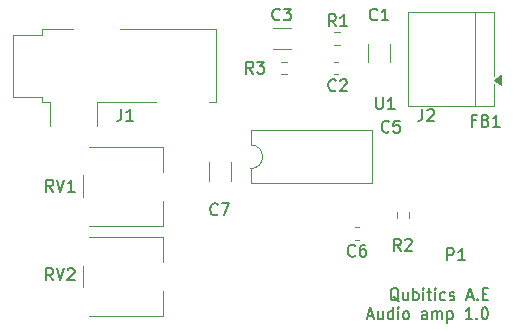
<source format=gbr>
%TF.GenerationSoftware,KiCad,Pcbnew,9.0.3-9.0.3-0~ubuntu24.04.1*%
%TF.CreationDate,2025-07-24T18:13:32+02:00*%
%TF.ProjectId,ampli_audio,616d706c-695f-4617-9564-696f2e6b6963,rev?*%
%TF.SameCoordinates,Original*%
%TF.FileFunction,Legend,Top*%
%TF.FilePolarity,Positive*%
%FSLAX46Y46*%
G04 Gerber Fmt 4.6, Leading zero omitted, Abs format (unit mm)*
G04 Created by KiCad (PCBNEW 9.0.3-9.0.3-0~ubuntu24.04.1) date 2025-07-24 18:13:32*
%MOMM*%
%LPD*%
G01*
G04 APERTURE LIST*
%ADD10C,0.150000*%
%ADD11C,0.120000*%
G04 APERTURE END LIST*
D10*
X104165599Y-102745085D02*
X104075123Y-102697466D01*
X104075123Y-102697466D02*
X103984647Y-102602228D01*
X103984647Y-102602228D02*
X103848933Y-102459370D01*
X103848933Y-102459370D02*
X103758456Y-102411751D01*
X103758456Y-102411751D02*
X103667980Y-102411751D01*
X103713218Y-102649847D02*
X103622742Y-102602228D01*
X103622742Y-102602228D02*
X103532266Y-102506989D01*
X103532266Y-102506989D02*
X103487028Y-102316513D01*
X103487028Y-102316513D02*
X103487028Y-101983180D01*
X103487028Y-101983180D02*
X103532266Y-101792704D01*
X103532266Y-101792704D02*
X103622742Y-101697466D01*
X103622742Y-101697466D02*
X103713218Y-101649847D01*
X103713218Y-101649847D02*
X103894171Y-101649847D01*
X103894171Y-101649847D02*
X103984647Y-101697466D01*
X103984647Y-101697466D02*
X104075123Y-101792704D01*
X104075123Y-101792704D02*
X104120361Y-101983180D01*
X104120361Y-101983180D02*
X104120361Y-102316513D01*
X104120361Y-102316513D02*
X104075123Y-102506989D01*
X104075123Y-102506989D02*
X103984647Y-102602228D01*
X103984647Y-102602228D02*
X103894171Y-102649847D01*
X103894171Y-102649847D02*
X103713218Y-102649847D01*
X104934647Y-101983180D02*
X104934647Y-102649847D01*
X104527504Y-101983180D02*
X104527504Y-102506989D01*
X104527504Y-102506989D02*
X104572742Y-102602228D01*
X104572742Y-102602228D02*
X104663218Y-102649847D01*
X104663218Y-102649847D02*
X104798933Y-102649847D01*
X104798933Y-102649847D02*
X104889409Y-102602228D01*
X104889409Y-102602228D02*
X104934647Y-102554608D01*
X105387028Y-102649847D02*
X105387028Y-101649847D01*
X105387028Y-102030799D02*
X105477504Y-101983180D01*
X105477504Y-101983180D02*
X105658457Y-101983180D01*
X105658457Y-101983180D02*
X105748933Y-102030799D01*
X105748933Y-102030799D02*
X105794171Y-102078418D01*
X105794171Y-102078418D02*
X105839409Y-102173656D01*
X105839409Y-102173656D02*
X105839409Y-102459370D01*
X105839409Y-102459370D02*
X105794171Y-102554608D01*
X105794171Y-102554608D02*
X105748933Y-102602228D01*
X105748933Y-102602228D02*
X105658457Y-102649847D01*
X105658457Y-102649847D02*
X105477504Y-102649847D01*
X105477504Y-102649847D02*
X105387028Y-102602228D01*
X106246552Y-102649847D02*
X106246552Y-101983180D01*
X106246552Y-101649847D02*
X106201314Y-101697466D01*
X106201314Y-101697466D02*
X106246552Y-101745085D01*
X106246552Y-101745085D02*
X106291790Y-101697466D01*
X106291790Y-101697466D02*
X106246552Y-101649847D01*
X106246552Y-101649847D02*
X106246552Y-101745085D01*
X106563219Y-101983180D02*
X106925123Y-101983180D01*
X106698933Y-101649847D02*
X106698933Y-102506989D01*
X106698933Y-102506989D02*
X106744171Y-102602228D01*
X106744171Y-102602228D02*
X106834647Y-102649847D01*
X106834647Y-102649847D02*
X106925123Y-102649847D01*
X107241790Y-102649847D02*
X107241790Y-101983180D01*
X107241790Y-101649847D02*
X107196552Y-101697466D01*
X107196552Y-101697466D02*
X107241790Y-101745085D01*
X107241790Y-101745085D02*
X107287028Y-101697466D01*
X107287028Y-101697466D02*
X107241790Y-101649847D01*
X107241790Y-101649847D02*
X107241790Y-101745085D01*
X108101314Y-102602228D02*
X108010838Y-102649847D01*
X108010838Y-102649847D02*
X107829885Y-102649847D01*
X107829885Y-102649847D02*
X107739409Y-102602228D01*
X107739409Y-102602228D02*
X107694171Y-102554608D01*
X107694171Y-102554608D02*
X107648933Y-102459370D01*
X107648933Y-102459370D02*
X107648933Y-102173656D01*
X107648933Y-102173656D02*
X107694171Y-102078418D01*
X107694171Y-102078418D02*
X107739409Y-102030799D01*
X107739409Y-102030799D02*
X107829885Y-101983180D01*
X107829885Y-101983180D02*
X108010838Y-101983180D01*
X108010838Y-101983180D02*
X108101314Y-102030799D01*
X108463219Y-102602228D02*
X108553695Y-102649847D01*
X108553695Y-102649847D02*
X108734647Y-102649847D01*
X108734647Y-102649847D02*
X108825124Y-102602228D01*
X108825124Y-102602228D02*
X108870362Y-102506989D01*
X108870362Y-102506989D02*
X108870362Y-102459370D01*
X108870362Y-102459370D02*
X108825124Y-102364132D01*
X108825124Y-102364132D02*
X108734647Y-102316513D01*
X108734647Y-102316513D02*
X108598933Y-102316513D01*
X108598933Y-102316513D02*
X108508457Y-102268894D01*
X108508457Y-102268894D02*
X108463219Y-102173656D01*
X108463219Y-102173656D02*
X108463219Y-102126037D01*
X108463219Y-102126037D02*
X108508457Y-102030799D01*
X108508457Y-102030799D02*
X108598933Y-101983180D01*
X108598933Y-101983180D02*
X108734647Y-101983180D01*
X108734647Y-101983180D02*
X108825124Y-102030799D01*
X109956077Y-102364132D02*
X110408458Y-102364132D01*
X109865601Y-102649847D02*
X110182267Y-101649847D01*
X110182267Y-101649847D02*
X110498934Y-102649847D01*
X110815601Y-102554608D02*
X110860839Y-102602228D01*
X110860839Y-102602228D02*
X110815601Y-102649847D01*
X110815601Y-102649847D02*
X110770363Y-102602228D01*
X110770363Y-102602228D02*
X110815601Y-102554608D01*
X110815601Y-102554608D02*
X110815601Y-102649847D01*
X111267982Y-102126037D02*
X111584649Y-102126037D01*
X111720363Y-102649847D02*
X111267982Y-102649847D01*
X111267982Y-102649847D02*
X111267982Y-101649847D01*
X111267982Y-101649847D02*
X111720363Y-101649847D01*
X101541789Y-103974076D02*
X101994170Y-103974076D01*
X101451313Y-104259791D02*
X101767979Y-103259791D01*
X101767979Y-103259791D02*
X102084646Y-104259791D01*
X102808456Y-103593124D02*
X102808456Y-104259791D01*
X102401313Y-103593124D02*
X102401313Y-104116933D01*
X102401313Y-104116933D02*
X102446551Y-104212172D01*
X102446551Y-104212172D02*
X102537027Y-104259791D01*
X102537027Y-104259791D02*
X102672742Y-104259791D01*
X102672742Y-104259791D02*
X102763218Y-104212172D01*
X102763218Y-104212172D02*
X102808456Y-104164552D01*
X103667980Y-104259791D02*
X103667980Y-103259791D01*
X103667980Y-104212172D02*
X103577504Y-104259791D01*
X103577504Y-104259791D02*
X103396551Y-104259791D01*
X103396551Y-104259791D02*
X103306075Y-104212172D01*
X103306075Y-104212172D02*
X103260837Y-104164552D01*
X103260837Y-104164552D02*
X103215599Y-104069314D01*
X103215599Y-104069314D02*
X103215599Y-103783600D01*
X103215599Y-103783600D02*
X103260837Y-103688362D01*
X103260837Y-103688362D02*
X103306075Y-103640743D01*
X103306075Y-103640743D02*
X103396551Y-103593124D01*
X103396551Y-103593124D02*
X103577504Y-103593124D01*
X103577504Y-103593124D02*
X103667980Y-103640743D01*
X104120361Y-104259791D02*
X104120361Y-103593124D01*
X104120361Y-103259791D02*
X104075123Y-103307410D01*
X104075123Y-103307410D02*
X104120361Y-103355029D01*
X104120361Y-103355029D02*
X104165599Y-103307410D01*
X104165599Y-103307410D02*
X104120361Y-103259791D01*
X104120361Y-103259791D02*
X104120361Y-103355029D01*
X104708456Y-104259791D02*
X104617980Y-104212172D01*
X104617980Y-104212172D02*
X104572742Y-104164552D01*
X104572742Y-104164552D02*
X104527504Y-104069314D01*
X104527504Y-104069314D02*
X104527504Y-103783600D01*
X104527504Y-103783600D02*
X104572742Y-103688362D01*
X104572742Y-103688362D02*
X104617980Y-103640743D01*
X104617980Y-103640743D02*
X104708456Y-103593124D01*
X104708456Y-103593124D02*
X104844171Y-103593124D01*
X104844171Y-103593124D02*
X104934647Y-103640743D01*
X104934647Y-103640743D02*
X104979885Y-103688362D01*
X104979885Y-103688362D02*
X105025123Y-103783600D01*
X105025123Y-103783600D02*
X105025123Y-104069314D01*
X105025123Y-104069314D02*
X104979885Y-104164552D01*
X104979885Y-104164552D02*
X104934647Y-104212172D01*
X104934647Y-104212172D02*
X104844171Y-104259791D01*
X104844171Y-104259791D02*
X104708456Y-104259791D01*
X106563219Y-104259791D02*
X106563219Y-103735981D01*
X106563219Y-103735981D02*
X106517981Y-103640743D01*
X106517981Y-103640743D02*
X106427505Y-103593124D01*
X106427505Y-103593124D02*
X106246552Y-103593124D01*
X106246552Y-103593124D02*
X106156076Y-103640743D01*
X106563219Y-104212172D02*
X106472743Y-104259791D01*
X106472743Y-104259791D02*
X106246552Y-104259791D01*
X106246552Y-104259791D02*
X106156076Y-104212172D01*
X106156076Y-104212172D02*
X106110838Y-104116933D01*
X106110838Y-104116933D02*
X106110838Y-104021695D01*
X106110838Y-104021695D02*
X106156076Y-103926457D01*
X106156076Y-103926457D02*
X106246552Y-103878838D01*
X106246552Y-103878838D02*
X106472743Y-103878838D01*
X106472743Y-103878838D02*
X106563219Y-103831219D01*
X107015600Y-104259791D02*
X107015600Y-103593124D01*
X107015600Y-103688362D02*
X107060838Y-103640743D01*
X107060838Y-103640743D02*
X107151314Y-103593124D01*
X107151314Y-103593124D02*
X107287029Y-103593124D01*
X107287029Y-103593124D02*
X107377505Y-103640743D01*
X107377505Y-103640743D02*
X107422743Y-103735981D01*
X107422743Y-103735981D02*
X107422743Y-104259791D01*
X107422743Y-103735981D02*
X107467981Y-103640743D01*
X107467981Y-103640743D02*
X107558457Y-103593124D01*
X107558457Y-103593124D02*
X107694171Y-103593124D01*
X107694171Y-103593124D02*
X107784648Y-103640743D01*
X107784648Y-103640743D02*
X107829886Y-103735981D01*
X107829886Y-103735981D02*
X107829886Y-104259791D01*
X108282267Y-103593124D02*
X108282267Y-104593124D01*
X108282267Y-103640743D02*
X108372743Y-103593124D01*
X108372743Y-103593124D02*
X108553696Y-103593124D01*
X108553696Y-103593124D02*
X108644172Y-103640743D01*
X108644172Y-103640743D02*
X108689410Y-103688362D01*
X108689410Y-103688362D02*
X108734648Y-103783600D01*
X108734648Y-103783600D02*
X108734648Y-104069314D01*
X108734648Y-104069314D02*
X108689410Y-104164552D01*
X108689410Y-104164552D02*
X108644172Y-104212172D01*
X108644172Y-104212172D02*
X108553696Y-104259791D01*
X108553696Y-104259791D02*
X108372743Y-104259791D01*
X108372743Y-104259791D02*
X108282267Y-104212172D01*
X110363220Y-104259791D02*
X109820363Y-104259791D01*
X110091791Y-104259791D02*
X110091791Y-103259791D01*
X110091791Y-103259791D02*
X110001315Y-103402648D01*
X110001315Y-103402648D02*
X109910839Y-103497886D01*
X109910839Y-103497886D02*
X109820363Y-103545505D01*
X110770363Y-104164552D02*
X110815601Y-104212172D01*
X110815601Y-104212172D02*
X110770363Y-104259791D01*
X110770363Y-104259791D02*
X110725125Y-104212172D01*
X110725125Y-104212172D02*
X110770363Y-104164552D01*
X110770363Y-104164552D02*
X110770363Y-104259791D01*
X111403696Y-103259791D02*
X111494173Y-103259791D01*
X111494173Y-103259791D02*
X111584649Y-103307410D01*
X111584649Y-103307410D02*
X111629887Y-103355029D01*
X111629887Y-103355029D02*
X111675125Y-103450267D01*
X111675125Y-103450267D02*
X111720363Y-103640743D01*
X111720363Y-103640743D02*
X111720363Y-103878838D01*
X111720363Y-103878838D02*
X111675125Y-104069314D01*
X111675125Y-104069314D02*
X111629887Y-104164552D01*
X111629887Y-104164552D02*
X111584649Y-104212172D01*
X111584649Y-104212172D02*
X111494173Y-104259791D01*
X111494173Y-104259791D02*
X111403696Y-104259791D01*
X111403696Y-104259791D02*
X111313220Y-104212172D01*
X111313220Y-104212172D02*
X111267982Y-104164552D01*
X111267982Y-104164552D02*
X111222744Y-104069314D01*
X111222744Y-104069314D02*
X111177506Y-103878838D01*
X111177506Y-103878838D02*
X111177506Y-103640743D01*
X111177506Y-103640743D02*
X111222744Y-103450267D01*
X111222744Y-103450267D02*
X111267982Y-103355029D01*
X111267982Y-103355029D02*
X111313220Y-103307410D01*
X111313220Y-103307410D02*
X111403696Y-103259791D01*
X80666666Y-86454819D02*
X80666666Y-87169104D01*
X80666666Y-87169104D02*
X80619047Y-87311961D01*
X80619047Y-87311961D02*
X80523809Y-87407200D01*
X80523809Y-87407200D02*
X80380952Y-87454819D01*
X80380952Y-87454819D02*
X80285714Y-87454819D01*
X81666666Y-87454819D02*
X81095238Y-87454819D01*
X81380952Y-87454819D02*
X81380952Y-86454819D01*
X81380952Y-86454819D02*
X81285714Y-86597676D01*
X81285714Y-86597676D02*
X81190476Y-86692914D01*
X81190476Y-86692914D02*
X81095238Y-86740533D01*
X98833333Y-79454819D02*
X98500000Y-78978628D01*
X98261905Y-79454819D02*
X98261905Y-78454819D01*
X98261905Y-78454819D02*
X98642857Y-78454819D01*
X98642857Y-78454819D02*
X98738095Y-78502438D01*
X98738095Y-78502438D02*
X98785714Y-78550057D01*
X98785714Y-78550057D02*
X98833333Y-78645295D01*
X98833333Y-78645295D02*
X98833333Y-78788152D01*
X98833333Y-78788152D02*
X98785714Y-78883390D01*
X98785714Y-78883390D02*
X98738095Y-78931009D01*
X98738095Y-78931009D02*
X98642857Y-78978628D01*
X98642857Y-78978628D02*
X98261905Y-78978628D01*
X99785714Y-79454819D02*
X99214286Y-79454819D01*
X99500000Y-79454819D02*
X99500000Y-78454819D01*
X99500000Y-78454819D02*
X99404762Y-78597676D01*
X99404762Y-78597676D02*
X99309524Y-78692914D01*
X99309524Y-78692914D02*
X99214286Y-78740533D01*
X74904761Y-93454819D02*
X74571428Y-92978628D01*
X74333333Y-93454819D02*
X74333333Y-92454819D01*
X74333333Y-92454819D02*
X74714285Y-92454819D01*
X74714285Y-92454819D02*
X74809523Y-92502438D01*
X74809523Y-92502438D02*
X74857142Y-92550057D01*
X74857142Y-92550057D02*
X74904761Y-92645295D01*
X74904761Y-92645295D02*
X74904761Y-92788152D01*
X74904761Y-92788152D02*
X74857142Y-92883390D01*
X74857142Y-92883390D02*
X74809523Y-92931009D01*
X74809523Y-92931009D02*
X74714285Y-92978628D01*
X74714285Y-92978628D02*
X74333333Y-92978628D01*
X75190476Y-92454819D02*
X75523809Y-93454819D01*
X75523809Y-93454819D02*
X75857142Y-92454819D01*
X76714285Y-93454819D02*
X76142857Y-93454819D01*
X76428571Y-93454819D02*
X76428571Y-92454819D01*
X76428571Y-92454819D02*
X76333333Y-92597676D01*
X76333333Y-92597676D02*
X76238095Y-92692914D01*
X76238095Y-92692914D02*
X76142857Y-92740533D01*
X100470833Y-98859580D02*
X100423214Y-98907200D01*
X100423214Y-98907200D02*
X100280357Y-98954819D01*
X100280357Y-98954819D02*
X100185119Y-98954819D01*
X100185119Y-98954819D02*
X100042262Y-98907200D01*
X100042262Y-98907200D02*
X99947024Y-98811961D01*
X99947024Y-98811961D02*
X99899405Y-98716723D01*
X99899405Y-98716723D02*
X99851786Y-98526247D01*
X99851786Y-98526247D02*
X99851786Y-98383390D01*
X99851786Y-98383390D02*
X99899405Y-98192914D01*
X99899405Y-98192914D02*
X99947024Y-98097676D01*
X99947024Y-98097676D02*
X100042262Y-98002438D01*
X100042262Y-98002438D02*
X100185119Y-97954819D01*
X100185119Y-97954819D02*
X100280357Y-97954819D01*
X100280357Y-97954819D02*
X100423214Y-98002438D01*
X100423214Y-98002438D02*
X100470833Y-98050057D01*
X101327976Y-97954819D02*
X101137500Y-97954819D01*
X101137500Y-97954819D02*
X101042262Y-98002438D01*
X101042262Y-98002438D02*
X100994643Y-98050057D01*
X100994643Y-98050057D02*
X100899405Y-98192914D01*
X100899405Y-98192914D02*
X100851786Y-98383390D01*
X100851786Y-98383390D02*
X100851786Y-98764342D01*
X100851786Y-98764342D02*
X100899405Y-98859580D01*
X100899405Y-98859580D02*
X100947024Y-98907200D01*
X100947024Y-98907200D02*
X101042262Y-98954819D01*
X101042262Y-98954819D02*
X101232738Y-98954819D01*
X101232738Y-98954819D02*
X101327976Y-98907200D01*
X101327976Y-98907200D02*
X101375595Y-98859580D01*
X101375595Y-98859580D02*
X101423214Y-98764342D01*
X101423214Y-98764342D02*
X101423214Y-98526247D01*
X101423214Y-98526247D02*
X101375595Y-98431009D01*
X101375595Y-98431009D02*
X101327976Y-98383390D01*
X101327976Y-98383390D02*
X101232738Y-98335771D01*
X101232738Y-98335771D02*
X101042262Y-98335771D01*
X101042262Y-98335771D02*
X100947024Y-98383390D01*
X100947024Y-98383390D02*
X100899405Y-98431009D01*
X100899405Y-98431009D02*
X100851786Y-98526247D01*
X102333333Y-78859580D02*
X102285714Y-78907200D01*
X102285714Y-78907200D02*
X102142857Y-78954819D01*
X102142857Y-78954819D02*
X102047619Y-78954819D01*
X102047619Y-78954819D02*
X101904762Y-78907200D01*
X101904762Y-78907200D02*
X101809524Y-78811961D01*
X101809524Y-78811961D02*
X101761905Y-78716723D01*
X101761905Y-78716723D02*
X101714286Y-78526247D01*
X101714286Y-78526247D02*
X101714286Y-78383390D01*
X101714286Y-78383390D02*
X101761905Y-78192914D01*
X101761905Y-78192914D02*
X101809524Y-78097676D01*
X101809524Y-78097676D02*
X101904762Y-78002438D01*
X101904762Y-78002438D02*
X102047619Y-77954819D01*
X102047619Y-77954819D02*
X102142857Y-77954819D01*
X102142857Y-77954819D02*
X102285714Y-78002438D01*
X102285714Y-78002438D02*
X102333333Y-78050057D01*
X103285714Y-78954819D02*
X102714286Y-78954819D01*
X103000000Y-78954819D02*
X103000000Y-77954819D01*
X103000000Y-77954819D02*
X102904762Y-78097676D01*
X102904762Y-78097676D02*
X102809524Y-78192914D01*
X102809524Y-78192914D02*
X102714286Y-78240533D01*
X98833333Y-84859580D02*
X98785714Y-84907200D01*
X98785714Y-84907200D02*
X98642857Y-84954819D01*
X98642857Y-84954819D02*
X98547619Y-84954819D01*
X98547619Y-84954819D02*
X98404762Y-84907200D01*
X98404762Y-84907200D02*
X98309524Y-84811961D01*
X98309524Y-84811961D02*
X98261905Y-84716723D01*
X98261905Y-84716723D02*
X98214286Y-84526247D01*
X98214286Y-84526247D02*
X98214286Y-84383390D01*
X98214286Y-84383390D02*
X98261905Y-84192914D01*
X98261905Y-84192914D02*
X98309524Y-84097676D01*
X98309524Y-84097676D02*
X98404762Y-84002438D01*
X98404762Y-84002438D02*
X98547619Y-83954819D01*
X98547619Y-83954819D02*
X98642857Y-83954819D01*
X98642857Y-83954819D02*
X98785714Y-84002438D01*
X98785714Y-84002438D02*
X98833333Y-84050057D01*
X99214286Y-84050057D02*
X99261905Y-84002438D01*
X99261905Y-84002438D02*
X99357143Y-83954819D01*
X99357143Y-83954819D02*
X99595238Y-83954819D01*
X99595238Y-83954819D02*
X99690476Y-84002438D01*
X99690476Y-84002438D02*
X99738095Y-84050057D01*
X99738095Y-84050057D02*
X99785714Y-84145295D01*
X99785714Y-84145295D02*
X99785714Y-84240533D01*
X99785714Y-84240533D02*
X99738095Y-84383390D01*
X99738095Y-84383390D02*
X99166667Y-84954819D01*
X99166667Y-84954819D02*
X99785714Y-84954819D01*
X74904761Y-100954819D02*
X74571428Y-100478628D01*
X74333333Y-100954819D02*
X74333333Y-99954819D01*
X74333333Y-99954819D02*
X74714285Y-99954819D01*
X74714285Y-99954819D02*
X74809523Y-100002438D01*
X74809523Y-100002438D02*
X74857142Y-100050057D01*
X74857142Y-100050057D02*
X74904761Y-100145295D01*
X74904761Y-100145295D02*
X74904761Y-100288152D01*
X74904761Y-100288152D02*
X74857142Y-100383390D01*
X74857142Y-100383390D02*
X74809523Y-100431009D01*
X74809523Y-100431009D02*
X74714285Y-100478628D01*
X74714285Y-100478628D02*
X74333333Y-100478628D01*
X75190476Y-99954819D02*
X75523809Y-100954819D01*
X75523809Y-100954819D02*
X75857142Y-99954819D01*
X76142857Y-100050057D02*
X76190476Y-100002438D01*
X76190476Y-100002438D02*
X76285714Y-99954819D01*
X76285714Y-99954819D02*
X76523809Y-99954819D01*
X76523809Y-99954819D02*
X76619047Y-100002438D01*
X76619047Y-100002438D02*
X76666666Y-100050057D01*
X76666666Y-100050057D02*
X76714285Y-100145295D01*
X76714285Y-100145295D02*
X76714285Y-100240533D01*
X76714285Y-100240533D02*
X76666666Y-100383390D01*
X76666666Y-100383390D02*
X76095238Y-100954819D01*
X76095238Y-100954819D02*
X76714285Y-100954819D01*
X108261905Y-99254819D02*
X108261905Y-98254819D01*
X108261905Y-98254819D02*
X108642857Y-98254819D01*
X108642857Y-98254819D02*
X108738095Y-98302438D01*
X108738095Y-98302438D02*
X108785714Y-98350057D01*
X108785714Y-98350057D02*
X108833333Y-98445295D01*
X108833333Y-98445295D02*
X108833333Y-98588152D01*
X108833333Y-98588152D02*
X108785714Y-98683390D01*
X108785714Y-98683390D02*
X108738095Y-98731009D01*
X108738095Y-98731009D02*
X108642857Y-98778628D01*
X108642857Y-98778628D02*
X108261905Y-98778628D01*
X109785714Y-99254819D02*
X109214286Y-99254819D01*
X109500000Y-99254819D02*
X109500000Y-98254819D01*
X109500000Y-98254819D02*
X109404762Y-98397676D01*
X109404762Y-98397676D02*
X109309524Y-98492914D01*
X109309524Y-98492914D02*
X109214286Y-98540533D01*
X104333333Y-98454819D02*
X104000000Y-97978628D01*
X103761905Y-98454819D02*
X103761905Y-97454819D01*
X103761905Y-97454819D02*
X104142857Y-97454819D01*
X104142857Y-97454819D02*
X104238095Y-97502438D01*
X104238095Y-97502438D02*
X104285714Y-97550057D01*
X104285714Y-97550057D02*
X104333333Y-97645295D01*
X104333333Y-97645295D02*
X104333333Y-97788152D01*
X104333333Y-97788152D02*
X104285714Y-97883390D01*
X104285714Y-97883390D02*
X104238095Y-97931009D01*
X104238095Y-97931009D02*
X104142857Y-97978628D01*
X104142857Y-97978628D02*
X103761905Y-97978628D01*
X104714286Y-97550057D02*
X104761905Y-97502438D01*
X104761905Y-97502438D02*
X104857143Y-97454819D01*
X104857143Y-97454819D02*
X105095238Y-97454819D01*
X105095238Y-97454819D02*
X105190476Y-97502438D01*
X105190476Y-97502438D02*
X105238095Y-97550057D01*
X105238095Y-97550057D02*
X105285714Y-97645295D01*
X105285714Y-97645295D02*
X105285714Y-97740533D01*
X105285714Y-97740533D02*
X105238095Y-97883390D01*
X105238095Y-97883390D02*
X104666667Y-98454819D01*
X104666667Y-98454819D02*
X105285714Y-98454819D01*
X103333333Y-88359580D02*
X103285714Y-88407200D01*
X103285714Y-88407200D02*
X103142857Y-88454819D01*
X103142857Y-88454819D02*
X103047619Y-88454819D01*
X103047619Y-88454819D02*
X102904762Y-88407200D01*
X102904762Y-88407200D02*
X102809524Y-88311961D01*
X102809524Y-88311961D02*
X102761905Y-88216723D01*
X102761905Y-88216723D02*
X102714286Y-88026247D01*
X102714286Y-88026247D02*
X102714286Y-87883390D01*
X102714286Y-87883390D02*
X102761905Y-87692914D01*
X102761905Y-87692914D02*
X102809524Y-87597676D01*
X102809524Y-87597676D02*
X102904762Y-87502438D01*
X102904762Y-87502438D02*
X103047619Y-87454819D01*
X103047619Y-87454819D02*
X103142857Y-87454819D01*
X103142857Y-87454819D02*
X103285714Y-87502438D01*
X103285714Y-87502438D02*
X103333333Y-87550057D01*
X104238095Y-87454819D02*
X103761905Y-87454819D01*
X103761905Y-87454819D02*
X103714286Y-87931009D01*
X103714286Y-87931009D02*
X103761905Y-87883390D01*
X103761905Y-87883390D02*
X103857143Y-87835771D01*
X103857143Y-87835771D02*
X104095238Y-87835771D01*
X104095238Y-87835771D02*
X104190476Y-87883390D01*
X104190476Y-87883390D02*
X104238095Y-87931009D01*
X104238095Y-87931009D02*
X104285714Y-88026247D01*
X104285714Y-88026247D02*
X104285714Y-88264342D01*
X104285714Y-88264342D02*
X104238095Y-88359580D01*
X104238095Y-88359580D02*
X104190476Y-88407200D01*
X104190476Y-88407200D02*
X104095238Y-88454819D01*
X104095238Y-88454819D02*
X103857143Y-88454819D01*
X103857143Y-88454819D02*
X103761905Y-88407200D01*
X103761905Y-88407200D02*
X103714286Y-88359580D01*
X94083333Y-78859580D02*
X94035714Y-78907200D01*
X94035714Y-78907200D02*
X93892857Y-78954819D01*
X93892857Y-78954819D02*
X93797619Y-78954819D01*
X93797619Y-78954819D02*
X93654762Y-78907200D01*
X93654762Y-78907200D02*
X93559524Y-78811961D01*
X93559524Y-78811961D02*
X93511905Y-78716723D01*
X93511905Y-78716723D02*
X93464286Y-78526247D01*
X93464286Y-78526247D02*
X93464286Y-78383390D01*
X93464286Y-78383390D02*
X93511905Y-78192914D01*
X93511905Y-78192914D02*
X93559524Y-78097676D01*
X93559524Y-78097676D02*
X93654762Y-78002438D01*
X93654762Y-78002438D02*
X93797619Y-77954819D01*
X93797619Y-77954819D02*
X93892857Y-77954819D01*
X93892857Y-77954819D02*
X94035714Y-78002438D01*
X94035714Y-78002438D02*
X94083333Y-78050057D01*
X94416667Y-77954819D02*
X95035714Y-77954819D01*
X95035714Y-77954819D02*
X94702381Y-78335771D01*
X94702381Y-78335771D02*
X94845238Y-78335771D01*
X94845238Y-78335771D02*
X94940476Y-78383390D01*
X94940476Y-78383390D02*
X94988095Y-78431009D01*
X94988095Y-78431009D02*
X95035714Y-78526247D01*
X95035714Y-78526247D02*
X95035714Y-78764342D01*
X95035714Y-78764342D02*
X94988095Y-78859580D01*
X94988095Y-78859580D02*
X94940476Y-78907200D01*
X94940476Y-78907200D02*
X94845238Y-78954819D01*
X94845238Y-78954819D02*
X94559524Y-78954819D01*
X94559524Y-78954819D02*
X94464286Y-78907200D01*
X94464286Y-78907200D02*
X94416667Y-78859580D01*
X91833333Y-83454819D02*
X91500000Y-82978628D01*
X91261905Y-83454819D02*
X91261905Y-82454819D01*
X91261905Y-82454819D02*
X91642857Y-82454819D01*
X91642857Y-82454819D02*
X91738095Y-82502438D01*
X91738095Y-82502438D02*
X91785714Y-82550057D01*
X91785714Y-82550057D02*
X91833333Y-82645295D01*
X91833333Y-82645295D02*
X91833333Y-82788152D01*
X91833333Y-82788152D02*
X91785714Y-82883390D01*
X91785714Y-82883390D02*
X91738095Y-82931009D01*
X91738095Y-82931009D02*
X91642857Y-82978628D01*
X91642857Y-82978628D02*
X91261905Y-82978628D01*
X92166667Y-82454819D02*
X92785714Y-82454819D01*
X92785714Y-82454819D02*
X92452381Y-82835771D01*
X92452381Y-82835771D02*
X92595238Y-82835771D01*
X92595238Y-82835771D02*
X92690476Y-82883390D01*
X92690476Y-82883390D02*
X92738095Y-82931009D01*
X92738095Y-82931009D02*
X92785714Y-83026247D01*
X92785714Y-83026247D02*
X92785714Y-83264342D01*
X92785714Y-83264342D02*
X92738095Y-83359580D01*
X92738095Y-83359580D02*
X92690476Y-83407200D01*
X92690476Y-83407200D02*
X92595238Y-83454819D01*
X92595238Y-83454819D02*
X92309524Y-83454819D01*
X92309524Y-83454819D02*
X92214286Y-83407200D01*
X92214286Y-83407200D02*
X92166667Y-83359580D01*
X88833333Y-95359580D02*
X88785714Y-95407200D01*
X88785714Y-95407200D02*
X88642857Y-95454819D01*
X88642857Y-95454819D02*
X88547619Y-95454819D01*
X88547619Y-95454819D02*
X88404762Y-95407200D01*
X88404762Y-95407200D02*
X88309524Y-95311961D01*
X88309524Y-95311961D02*
X88261905Y-95216723D01*
X88261905Y-95216723D02*
X88214286Y-95026247D01*
X88214286Y-95026247D02*
X88214286Y-94883390D01*
X88214286Y-94883390D02*
X88261905Y-94692914D01*
X88261905Y-94692914D02*
X88309524Y-94597676D01*
X88309524Y-94597676D02*
X88404762Y-94502438D01*
X88404762Y-94502438D02*
X88547619Y-94454819D01*
X88547619Y-94454819D02*
X88642857Y-94454819D01*
X88642857Y-94454819D02*
X88785714Y-94502438D01*
X88785714Y-94502438D02*
X88833333Y-94550057D01*
X89166667Y-94454819D02*
X89833333Y-94454819D01*
X89833333Y-94454819D02*
X89404762Y-95454819D01*
X110666666Y-87431009D02*
X110333333Y-87431009D01*
X110333333Y-87954819D02*
X110333333Y-86954819D01*
X110333333Y-86954819D02*
X110809523Y-86954819D01*
X111523809Y-87431009D02*
X111666666Y-87478628D01*
X111666666Y-87478628D02*
X111714285Y-87526247D01*
X111714285Y-87526247D02*
X111761904Y-87621485D01*
X111761904Y-87621485D02*
X111761904Y-87764342D01*
X111761904Y-87764342D02*
X111714285Y-87859580D01*
X111714285Y-87859580D02*
X111666666Y-87907200D01*
X111666666Y-87907200D02*
X111571428Y-87954819D01*
X111571428Y-87954819D02*
X111190476Y-87954819D01*
X111190476Y-87954819D02*
X111190476Y-86954819D01*
X111190476Y-86954819D02*
X111523809Y-86954819D01*
X111523809Y-86954819D02*
X111619047Y-87002438D01*
X111619047Y-87002438D02*
X111666666Y-87050057D01*
X111666666Y-87050057D02*
X111714285Y-87145295D01*
X111714285Y-87145295D02*
X111714285Y-87240533D01*
X111714285Y-87240533D02*
X111666666Y-87335771D01*
X111666666Y-87335771D02*
X111619047Y-87383390D01*
X111619047Y-87383390D02*
X111523809Y-87431009D01*
X111523809Y-87431009D02*
X111190476Y-87431009D01*
X112714285Y-87954819D02*
X112142857Y-87954819D01*
X112428571Y-87954819D02*
X112428571Y-86954819D01*
X112428571Y-86954819D02*
X112333333Y-87097676D01*
X112333333Y-87097676D02*
X112238095Y-87192914D01*
X112238095Y-87192914D02*
X112142857Y-87240533D01*
X102238095Y-85454819D02*
X102238095Y-86264342D01*
X102238095Y-86264342D02*
X102285714Y-86359580D01*
X102285714Y-86359580D02*
X102333333Y-86407200D01*
X102333333Y-86407200D02*
X102428571Y-86454819D01*
X102428571Y-86454819D02*
X102619047Y-86454819D01*
X102619047Y-86454819D02*
X102714285Y-86407200D01*
X102714285Y-86407200D02*
X102761904Y-86359580D01*
X102761904Y-86359580D02*
X102809523Y-86264342D01*
X102809523Y-86264342D02*
X102809523Y-85454819D01*
X103809523Y-86454819D02*
X103238095Y-86454819D01*
X103523809Y-86454819D02*
X103523809Y-85454819D01*
X103523809Y-85454819D02*
X103428571Y-85597676D01*
X103428571Y-85597676D02*
X103333333Y-85692914D01*
X103333333Y-85692914D02*
X103238095Y-85740533D01*
X106166666Y-86454819D02*
X106166666Y-87169104D01*
X106166666Y-87169104D02*
X106119047Y-87311961D01*
X106119047Y-87311961D02*
X106023809Y-87407200D01*
X106023809Y-87407200D02*
X105880952Y-87454819D01*
X105880952Y-87454819D02*
X105785714Y-87454819D01*
X106595238Y-86550057D02*
X106642857Y-86502438D01*
X106642857Y-86502438D02*
X106738095Y-86454819D01*
X106738095Y-86454819D02*
X106976190Y-86454819D01*
X106976190Y-86454819D02*
X107071428Y-86502438D01*
X107071428Y-86502438D02*
X107119047Y-86550057D01*
X107119047Y-86550057D02*
X107166666Y-86645295D01*
X107166666Y-86645295D02*
X107166666Y-86740533D01*
X107166666Y-86740533D02*
X107119047Y-86883390D01*
X107119047Y-86883390D02*
X106547619Y-87454819D01*
X106547619Y-87454819D02*
X107166666Y-87454819D01*
D11*
%TO.C,J1*%
X71500000Y-80200000D02*
X74000000Y-80200000D01*
X71500000Y-85400000D02*
X71500000Y-80200000D01*
X74000000Y-79700000D02*
X76600000Y-79700000D01*
X74000000Y-80200000D02*
X74000000Y-79700000D01*
X74000000Y-85400000D02*
X71500000Y-85400000D01*
X74000000Y-85900000D02*
X74000000Y-85400000D01*
X74600000Y-85900000D02*
X74000000Y-85900000D01*
X74600000Y-85900000D02*
X74600000Y-87900000D01*
X78600000Y-85900000D02*
X78600000Y-87900000D01*
X80600000Y-79700000D02*
X88700000Y-79700000D01*
X83600000Y-85900000D02*
X78600000Y-85900000D01*
X88700000Y-79700000D02*
X88700000Y-85900000D01*
X88700000Y-85900000D02*
X88100000Y-85900000D01*
%TO.C,R1*%
X99167224Y-79977500D02*
X98657776Y-79977500D01*
X99167224Y-81022500D02*
X98657776Y-81022500D01*
%TO.C,RV1*%
X77465000Y-93920000D02*
X77465000Y-92080000D01*
X77980000Y-89640000D02*
X84185000Y-89640000D01*
X84185000Y-89640000D02*
X84185000Y-91770000D01*
X84185000Y-94230000D02*
X84185000Y-96360000D01*
X84185000Y-96360000D02*
X77980000Y-96360000D01*
%TO.C,C6*%
X100491233Y-96490000D02*
X100783767Y-96490000D01*
X100491233Y-97510000D02*
X100783767Y-97510000D01*
%TO.C,C1*%
X101580000Y-82515000D02*
X101580000Y-80985000D01*
X103420000Y-80985000D02*
X103420000Y-82515000D01*
%TO.C,C2*%
X99008767Y-82490000D02*
X98716233Y-82490000D01*
X99008767Y-83510000D02*
X98716233Y-83510000D01*
%TO.C,RV2*%
X77465000Y-101570000D02*
X77465000Y-99730000D01*
X77980000Y-97290000D02*
X84185000Y-97290000D01*
X84185000Y-97290000D02*
X84185000Y-99420000D01*
X84185000Y-101880000D02*
X84185000Y-104010000D01*
X84185000Y-104010000D02*
X77980000Y-104010000D01*
%TO.C,R2*%
X103977500Y-95157776D02*
X103977500Y-95667224D01*
X105022500Y-95157776D02*
X105022500Y-95667224D01*
%TO.C,C3*%
X93485000Y-79580000D02*
X95015000Y-79580000D01*
X95015000Y-81420000D02*
X93485000Y-81420000D01*
%TO.C,R3*%
X94157776Y-82477500D02*
X94667224Y-82477500D01*
X94157776Y-83522500D02*
X94667224Y-83522500D01*
%TO.C,C7*%
X88080000Y-92515000D02*
X88080000Y-90985000D01*
X89920000Y-90985000D02*
X89920000Y-92515000D01*
%TO.C,U1*%
X91630000Y-88250000D02*
X91630000Y-89500000D01*
X91630000Y-91500000D02*
X91630000Y-92750000D01*
X91630000Y-92750000D02*
X101910000Y-92750000D01*
X101910000Y-88250000D02*
X91630000Y-88250000D01*
X101910000Y-92750000D02*
X101910000Y-88250000D01*
X91630000Y-89500000D02*
G75*
G02*
X91630000Y-91500000I0J-1000000D01*
G01*
%TO.C,J2*%
X104980000Y-78280000D02*
X112220000Y-78280000D01*
X104980000Y-86220000D02*
X104980000Y-78280000D01*
X110600000Y-86220000D02*
X110600000Y-78280000D01*
X112220000Y-78280000D02*
X112220000Y-83700000D01*
X112220000Y-84300000D02*
X112220000Y-86220000D01*
X112220000Y-86220000D02*
X104980000Y-86220000D01*
X112830000Y-84440000D02*
X112220000Y-84000000D01*
X112830000Y-83560000D01*
X112830000Y-84440000D01*
G36*
X112830000Y-84440000D02*
G01*
X112220000Y-84000000D01*
X112830000Y-83560000D01*
X112830000Y-84440000D01*
G37*
%TD*%
M02*

</source>
